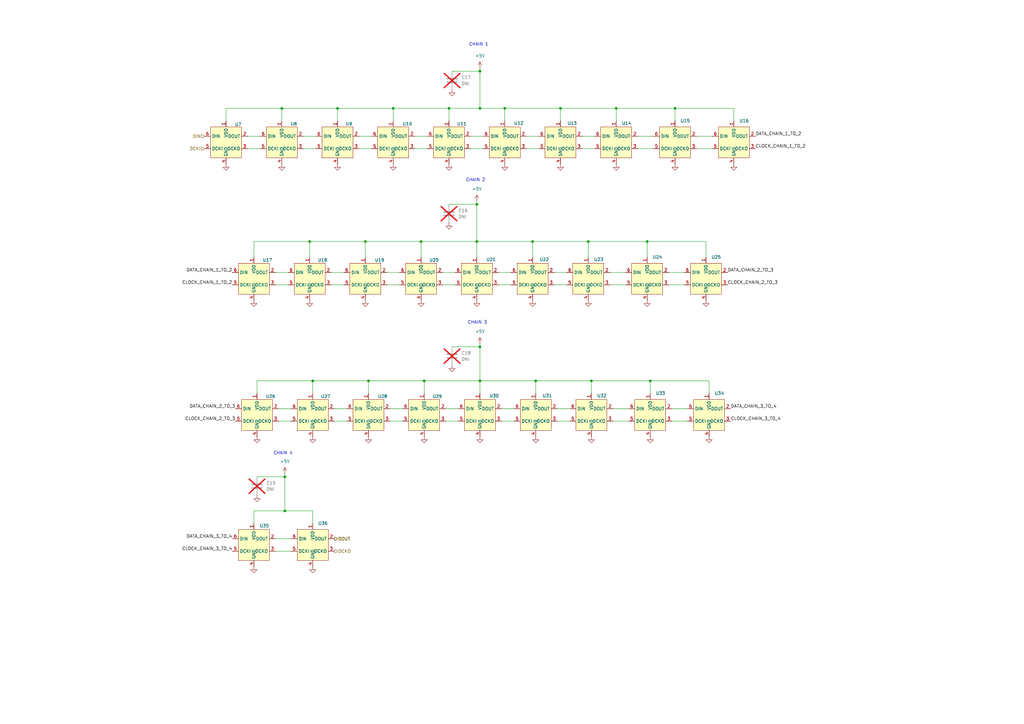
<source format=kicad_sch>
(kicad_sch (version 20231120) (generator "eeschema") (generator_version "8.0")
  (paper "A3")
  (title_block (title "F1 LED CIRCUIT PROJECT") (date "2024-04-10") (rev "v1.0") (company "JITTER"))
  (lib_symbols
    (symbol "Device:C" (pin_numbers hide) (pin_names (offset 0.254))
      (property "Reference" "C" (at 0.635 2.54 0))
      (property "Value" "C" (at 0.635 -2.54 0))
      (symbol "C_0_1"
        (polyline (pts (xy -2.032 -0.762) (xy 2.032 -0.762)) (stroke (width 0.508)))
        (polyline (pts (xy -2.032 0.762) (xy 2.032 0.762)) (stroke (width 0.508)))
      )
      (symbol "C_1_1"
        (pin passive line (at 0 3.81 270) (length 2.794) (name "~") (number "1"))
        (pin passive line (at 0 -3.81 90) (length 2.794) (name "~") (number "2"))
      )
    )
    (symbol "F1-LED-CIRCUIT-LIBRARY:HD108-2020"
      (property "Reference" "U" (at 0 19.558 0))
      (symbol "HD108-2020_1_1"
        (rectangle (start -6.35 6.35) (end 6.35 -6.35) (stroke (width 0) (color 132 0 0 1)) (fill (type background)))
        (pin power_in line (at 0 8.89 270) (length 2.54) (name "VDD") (number "1"))
        (pin output line (at 8.89 2.54 180) (length 2.54) (name "DOUT") (number "2"))
        (pin output line (at 8.89 -2.54 180) (length 2.54) (name "DCKO") (number "3"))
        (pin power_in line (at 0 -8.89 90) (length 2.54) (name "GND") (number "4"))
        (pin input line (at -8.89 -2.54 0) (length 2.54) (name "DCKI") (number "5"))
        (pin input line (at -8.89 2.54 0) (length 2.54) (name "DIN") (number "6"))
      )
    )
    (symbol "adams_library_symbols:GND" (power) (pin_names (offset 0))
      (property "Value" "GND" (at 0 -3.81 0))
      (symbol "GND_0_1"
        (polyline (pts (xy 0 0) (xy 0 -1.27) (xy 1.27 -1.27) (xy 0 -2.54) (xy -1.27 -1.27) (xy 0 -1.27)))
      )
      (symbol "GND_1_1"
        (pin power_in line (at 0 0 270) (length 0) hide (name "GND") (number "1"))
      )
    )
    (symbol "power:+5V" (power) (pin_numbers hide) (pin_names (offset 0) hide)
      (property "Value" "+5V" (at 0 3.556 0))
      (symbol "+5V_0_1"
        (polyline (pts (xy -0.762 1.27) (xy 0 2.54)))
        (polyline (pts (xy 0 0) (xy 0 2.54)))
        (polyline (pts (xy 0 2.54) (xy 0.762 1.27)))
      )
      (symbol "+5V_1_1"
        (pin power_in line (at 0 0 90) (length 0) (name "~") (number "1"))
      )
    )
    (symbol "power:GND" (power) (pin_numbers hide) (pin_names (offset 0) hide)
      (property "Value" "GND" (at 0 -3.81 0))
      (symbol "GND_0_1"
        (polyline (pts (xy 0 0) (xy 0 -1.27) (xy 1.27 -1.27) (xy 0 -2.54) (xy -1.27 -1.27) (xy 0 -1.27)))
      )
      (symbol "GND_1_1"
        (pin power_in line (at 0 0 270) (length 0) (name "~") (number "1"))
      )
    )
  )
  (junction (at 229.87 44.45))
  (junction (at 196.85 142.24))
  (junction (at 172.72 99.06))
  (junction (at 195.58 99.06))
  (junction (at 242.57 156.21))
  (junction (at 161.29 44.45))
  (junction (at 219.71 156.21))
  (junction (at 218.44 99.06))
  (junction (at 184.15 44.45))
  (junction (at 151.13 156.21))
  (junction (at 138.43 44.45))
  (junction (at 207.01 44.45))
  (junction (at 266.7 156.21))
  (junction (at 173.99 156.21))
  (junction (at 127 99.06))
  (junction (at 241.3 99.06))
  (junction (at 128.27 156.21))
  (junction (at 195.58 83.82))
  (junction (at 116.84 195.58))
  (junction (at 265.43 99.06))
  (junction (at 116.84 209.55))
  (junction (at 276.86 44.45))
  (junction (at 115.57 44.45))
  (junction (at 252.73 44.45))
  (junction (at 149.86 99.06))
  (junction (at 196.85 29.21))
  (junction (at 196.85 44.45))
  (junction (at 196.85 156.21))
  (wire (pts (xy 215.9 55.88) (xy 220.98 55.88)))
  (wire (pts (xy 285.75 60.96) (xy 292.1 60.96)))
  (wire (pts (xy 104.14 209.55) (xy 104.14 214.63)))
  (wire (pts (xy 173.99 156.21) (xy 196.85 156.21)))
  (wire (pts (xy 250.19 116.84) (xy 256.54 116.84)))
  (wire (pts (xy 182.88 172.72) (xy 187.96 172.72)))
  (wire (pts (xy 151.13 156.21) (xy 151.13 161.29)))
  (wire (pts (xy 218.44 99.06) (xy 241.3 99.06)))
  (wire (pts (xy 115.57 44.45) (xy 138.43 44.45)))
  (wire (pts (xy 266.7 156.21) (xy 290.83 156.21)))
  (wire (pts (xy 128.27 209.55) (xy 128.27 214.63)))
  (wire (pts (xy 101.6 60.96) (xy 106.68 60.96)))
  (wire (pts (xy 104.14 105.41) (xy 104.14 99.06)))
  (wire (pts (xy 147.32 55.88) (xy 152.4 55.88)))
  (wire (pts (xy 195.58 83.82) (xy 195.58 99.06)))
  (wire (pts (xy 274.32 111.76) (xy 280.67 111.76)))
  (wire (pts (xy 184.15 83.82) (xy 195.58 83.82)))
  (wire (pts (xy 184.15 44.45) (xy 184.15 49.53)))
  (wire (pts (xy 158.75 111.76) (xy 163.83 111.76)))
  (wire (pts (xy 170.18 55.88) (xy 175.26 55.88)))
  (wire (pts (xy 170.18 60.96) (xy 175.26 60.96)))
  (wire (pts (xy 266.7 156.21) (xy 266.7 161.29)))
  (wire (pts (xy 128.27 156.21) (xy 128.27 161.29)))
  (wire (pts (xy 195.58 82.55) (xy 195.58 83.82)))
  (wire (pts (xy 241.3 99.06) (xy 265.43 99.06)))
  (wire (pts (xy 218.44 99.06) (xy 218.44 105.41)))
  (wire (pts (xy 124.46 55.88) (xy 129.54 55.88)))
  (wire (pts (xy 193.04 60.96) (xy 198.12 60.96)))
  (wire (pts (xy 256.54 111.76) (xy 250.19 111.76)))
  (wire (pts (xy 116.84 209.55) (xy 128.27 209.55)))
  (wire (pts (xy 195.58 99.06) (xy 218.44 99.06)))
  (wire (pts (xy 276.86 44.45) (xy 300.99 44.45)))
  (wire (pts (xy 127 99.06) (xy 149.86 99.06)))
  (wire (pts (xy 207.01 44.45) (xy 229.87 44.45)))
  (wire (pts (xy 181.61 116.84) (xy 186.69 116.84)))
  (wire (pts (xy 238.76 60.96) (xy 243.84 60.96)))
  (wire (pts (xy 173.99 156.21) (xy 173.99 161.29)))
  (wire (pts (xy 161.29 44.45) (xy 161.29 49.53)))
  (wire (pts (xy 149.86 99.06) (xy 172.72 99.06)))
  (wire (pts (xy 257.81 167.64) (xy 251.46 167.64)))
  (wire (pts (xy 251.46 172.72) (xy 257.81 172.72)))
  (wire (pts (xy 300.99 44.45) (xy 300.99 49.53)))
  (wire (pts (xy 185.42 29.21) (xy 196.85 29.21)))
  (wire (pts (xy 124.46 60.96) (xy 129.54 60.96)))
  (wire (pts (xy 219.71 156.21) (xy 219.71 161.29)))
  (wire (pts (xy 147.32 60.96) (xy 152.4 60.96)))
  (wire (pts (xy 105.41 195.58) (xy 116.84 195.58)))
  (wire (pts (xy 196.85 156.21) (xy 196.85 161.29)))
  (wire (pts (xy 114.3 167.64) (xy 119.38 167.64)))
  (wire (pts (xy 92.71 44.45) (xy 115.57 44.45)))
  (wire (pts (xy 181.61 111.76) (xy 186.69 111.76)))
  (wire (pts (xy 204.47 116.84) (xy 209.55 116.84)))
  (wire (pts (xy 205.74 167.64) (xy 210.82 167.64)))
  (wire (pts (xy 138.43 44.45) (xy 161.29 44.45)))
  (wire (pts (xy 196.85 27.94) (xy 196.85 29.21)))
  (wire (pts (xy 228.6 167.64) (xy 233.68 167.64)))
  (wire (pts (xy 119.38 220.98) (xy 113.03 220.98)))
  (wire (pts (xy 158.75 116.84) (xy 163.83 116.84)))
  (wire (pts (xy 196.85 140.97) (xy 196.85 142.24)))
  (wire (pts (xy 274.32 116.84) (xy 280.67 116.84)))
  (wire (pts (xy 172.72 99.06) (xy 195.58 99.06)))
  (wire (pts (xy 275.59 167.64) (xy 281.94 167.64)))
  (wire (pts (xy 205.74 172.72) (xy 210.82 172.72)))
  (wire (pts (xy 207.01 44.45) (xy 207.01 49.53)))
  (wire (pts (xy 289.56 99.06) (xy 289.56 105.41)))
  (wire (pts (xy 229.87 44.45) (xy 252.73 44.45)))
  (wire (pts (xy 149.86 99.06) (xy 149.86 105.41)))
  (wire (pts (xy 116.84 195.58) (xy 116.84 209.55)))
  (wire (pts (xy 265.43 99.06) (xy 265.43 105.41)))
  (wire (pts (xy 290.83 156.21) (xy 290.83 161.29)))
  (wire (pts (xy 151.13 156.21) (xy 173.99 156.21)))
  (wire (pts (xy 115.57 44.45) (xy 115.57 49.53)))
  (wire (pts (xy 196.85 142.24) (xy 196.85 156.21)))
  (wire (pts (xy 227.33 111.76) (xy 232.41 111.76)))
  (wire (pts (xy 196.85 29.21) (xy 196.85 44.45)))
  (wire (pts (xy 135.89 111.76) (xy 140.97 111.76)))
  (wire (pts (xy 114.3 172.72) (xy 119.38 172.72)))
  (wire (pts (xy 113.03 226.06) (xy 119.38 226.06)))
  (wire (pts (xy 182.88 167.64) (xy 187.96 167.64)))
  (wire (pts (xy 128.27 156.21) (xy 151.13 156.21)))
  (wire (pts (xy 252.73 44.45) (xy 252.73 49.53)))
  (wire (pts (xy 135.89 116.84) (xy 140.97 116.84)))
  (wire (pts (xy 127 99.06) (xy 127 105.41)))
  (wire (pts (xy 267.97 55.88) (xy 261.62 55.88)))
  (wire (pts (xy 195.58 99.06) (xy 195.58 105.41)))
  (wire (pts (xy 275.59 172.72) (xy 281.94 172.72)))
  (wire (pts (xy 113.03 111.76) (xy 118.11 111.76)))
  (wire (pts (xy 215.9 60.96) (xy 220.98 60.96)))
  (wire (pts (xy 101.6 55.88) (xy 106.68 55.88)))
  (wire (pts (xy 204.47 111.76) (xy 209.55 111.76)))
  (wire (pts (xy 252.73 44.45) (xy 276.86 44.45)))
  (wire (pts (xy 196.85 44.45) (xy 207.01 44.45)))
  (wire (pts (xy 105.41 156.21) (xy 128.27 156.21)))
  (wire (pts (xy 238.76 55.88) (xy 243.84 55.88)))
  (wire (pts (xy 137.16 167.64) (xy 142.24 167.64)))
  (wire (pts (xy 242.57 156.21) (xy 242.57 161.29)))
  (wire (pts (xy 138.43 44.45) (xy 138.43 49.53)))
  (wire (pts (xy 184.15 44.45) (xy 196.85 44.45)))
  (wire (pts (xy 160.02 172.72) (xy 165.1 172.72)))
  (wire (pts (xy 160.02 167.64) (xy 165.1 167.64)))
  (wire (pts (xy 161.29 44.45) (xy 184.15 44.45)))
  (wire (pts (xy 219.71 156.21) (xy 242.57 156.21)))
  (wire (pts (xy 228.6 172.72) (xy 233.68 172.72)))
  (wire (pts (xy 242.57 156.21) (xy 266.7 156.21)))
  (wire (pts (xy 261.62 60.96) (xy 267.97 60.96)))
  (wire (pts (xy 265.43 99.06) (xy 289.56 99.06)))
  (wire (pts (xy 241.3 99.06) (xy 241.3 105.41)))
  (wire (pts (xy 92.71 49.53) (xy 92.71 44.45)))
  (wire (pts (xy 229.87 44.45) (xy 229.87 49.53)))
  (wire (pts (xy 185.42 142.24) (xy 196.85 142.24)))
  (wire (pts (xy 193.04 55.88) (xy 198.12 55.88)))
  (wire (pts (xy 196.85 156.21) (xy 219.71 156.21)))
  (wire (pts (xy 113.03 116.84) (xy 118.11 116.84)))
  (wire (pts (xy 104.14 99.06) (xy 127 99.06)))
  (wire (pts (xy 105.41 161.29) (xy 105.41 156.21)))
  (wire (pts (xy 116.84 194.31) (xy 116.84 195.58)))
  (wire (pts (xy 227.33 116.84) (xy 232.41 116.84)))
  (wire (pts (xy 137.16 172.72) (xy 142.24 172.72)))
  (wire (pts (xy 285.75 55.88) (xy 292.1 55.88)))
  (wire (pts (xy 276.86 44.45) (xy 276.86 49.53)))
  (wire (pts (xy 172.72 99.06) (xy 172.72 105.41)))
  (wire (pts (xy 104.14 209.55) (xy 116.84 209.55)))
  (text "CHAIN 4" (at 116.078 185.928 0) (effects (font (size 1.27 1.27))))
  (text "CHAIN 3" (at 195.834 132.334 0) (effects (font (size 1.27 1.27))))
  (text "CHAIN 1" (at 196.342 18.288 0) (effects (font (size 1.27 1.27))))
  (text "CHAIN 2" (at 195.072 73.914 0) (effects (font (size 1.27 1.27))))
  (label "CLOCK_CHAIN_2_TO_3" (at 96.52 172.72 180))
  (label "CLOCK_CHAIN_1_TO_2" (at 309.88 60.96 0))
  (label "CLOCK_CHAIN_3_TO_4" (at 95.25 226.06 180))
  (label "DATA_CHAIN_3_TO_4" (at 299.72 167.64 0))
  (label "DATA_CHAIN_1_TO_2" (at 95.25 111.76 180))
  (label "DATA_CHAIN_2_TO_3" (at 96.52 167.64 180))
  (label "DATA_CHAIN_3_TO_4" (at 95.25 220.98 180))
  (label "CLOCK_CHAIN_2_TO_3" (at 298.45 116.84 0))
  (label "CLOCK_CHAIN_1_TO_2" (at 95.25 116.84 180))
  (label "CLOCK_CHAIN_3_TO_4" (at 299.72 172.72 0))
  (label "DATA_CHAIN_1_TO_2" (at 309.88 55.88 0))
  (label "DATA_CHAIN_2_TO_3" (at 298.45 111.76 0))
  (hierarchical_label "DIN" (shape input) (at 83.82 55.88 180))
  (hierarchical_label "DCKO" (shape output) (at 137.16 226.06 0))
  (hierarchical_label "DCKI" (shape input) (at 83.82 60.96 180))
  (hierarchical_label "DOUT" (shape output) (at 137.16 220.98 0))
  (hierarchical_label "DOUT" (shape output) (at 137.16 220.98 0))
  (symbol (lib_id "adams_library_symbols:GND") (at 92.71 67.31 0) (unit 1)
    (property "Reference" "#PWR081" (effects (hide yes)))
    (property "Value" "GND" (effects (hide yes)))
    (property "Description" "Power symbol creates a global label with name \"GND\" , ground" (effects (hide yes)))
    (instances (project "f1-led-circuit-10x10" (path "" (reference "#PWR081") (unit 1)) (path "" (reference "#PWR0119") (unit 1)) (path "" (reference "#PWR0157") (unit 1))))
  )
  (symbol (lib_id "F1-LED-CIRCUIT-LIBRARY:HD108-2020") (at 290.83 170.18 0) (unit 1)
    (property "Reference" "U34" (at 293.0241 161.29 0) (effects (justify left)))
    (property "Value" "HD108-2020" (effects (hide yes)))
    (property "Footprint" "F1-LED-CIRCUIT-LIBRARY:HD108-2020" (effects (hide yes)))
    (property "Description" "HD108-2020 RGB LED" (effects (hide yes)))
    (property "MPN" "HD108-2020" (effects (hide yes)))
    (instances (project "f1-led-circuit-10x10" (path "" (reference "U34") (unit 1)) (path "" (reference "U64") (unit 1)) (path "" (reference "U94") (unit 1))))
  )
  (symbol (lib_id "Device:C") (at 185.42 146.05 0) (unit 1) (dnp yes)
    (property "Reference" "C18" (at 189.23 144.7799 0) (effects (justify left)))
    (property "Value" "DNI" (at 189.23 147.3199 0) (effects (justify left)))
    (property "Footprint" "Capacitor_SMD:C_0805_2012Metric" (effects (hide yes)))
    (property "Description" "Unpolarized capacitor" (effects (hide yes)))
    (instances (project "f1-led-circuit-10x10" (path "" (reference "C18") (unit 1)) (path "" (reference "C22") (unit 1)) (path "" (reference "C26") (unit 1))))
  )
  (symbol (lib_id "adams_library_symbols:GND") (at 289.56 123.19 0) (unit 1)
    (property "Reference" "#PWR0116" (effects (hide yes)))
    (property "Value" "GND" (effects (hide yes)))
    (property "Description" "Power symbol creates a global label with name \"GND\" , ground" (effects (hide yes)))
    (instances (project "f1-led-circuit-10x10" (path "" (reference "#PWR0116") (unit 1)) (path "" (reference "#PWR0154") (unit 1)) (path "" (reference "#PWR0192") (unit 1))))
  )
  (symbol (lib_id "adams_library_symbols:GND") (at 105.41 179.07 0) (unit 1)
    (property "Reference" "#PWR084" (effects (hide yes)))
    (property "Value" "GND" (effects (hide yes)))
    (property "Description" "Power symbol creates a global label with name \"GND\" , ground" (effects (hide yes)))
    (instances (project "f1-led-circuit-10x10" (path "" (reference "#PWR084") (unit 1)) (path "" (reference "#PWR0122") (unit 1)) (path "" (reference "#PWR0160") (unit 1))))
  )
  (symbol (lib_id "adams_library_symbols:GND") (at 195.58 123.19 0) (unit 1)
    (property "Reference" "#PWR0102" (effects (hide yes)))
    (property "Value" "GND" (effects (hide yes)))
    (property "Description" "Power symbol creates a global label with name \"GND\" , ground" (effects (hide yes)))
    (instances (project "f1-led-circuit-10x10" (path "" (reference "#PWR0102") (unit 1)) (path "" (reference "#PWR0140") (unit 1)) (path "" (reference "#PWR0178") (unit 1))))
  )
  (symbol (lib_id "F1-LED-CIRCUIT-LIBRARY:HD108-2020") (at 128.27 223.52 0) (unit 1)
    (property "Reference" "U36" (at 130.4641 214.63 0) (effects (justify left)))
    (property "Value" "HD108-2020" (effects (hide yes)))
    (property "Footprint" "F1-LED-CIRCUIT-LIBRARY:HD108-2020" (effects (hide yes)))
    (property "Description" "HD108-2020 RGB LED" (effects (hide yes)))
    (property "MPN" "HD108-2020" (effects (hide yes)))
    (instances (project "f1-led-circuit-10x10" (path "" (reference "U36") (unit 1)) (path "" (reference "U66") (unit 1)) (path "" (reference "U96") (unit 1))))
  )
  (symbol (lib_id "adams_library_symbols:GND") (at 104.14 123.19 0) (unit 1)
    (property "Reference" "#PWR082" (effects (hide yes)))
    (property "Value" "GND" (effects (hide yes)))
    (property "Description" "Power symbol creates a global label with name \"GND\" , ground" (effects (hide yes)))
    (instances (project "f1-led-circuit-10x10" (path "" (reference "#PWR082") (unit 1)) (path "" (reference "#PWR0120") (unit 1)) (path "" (reference "#PWR0158") (unit 1))))
  )
  (symbol (lib_id "F1-LED-CIRCUIT-LIBRARY:HD108-2020") (at 104.14 114.3 0) (unit 1)
    (property "Reference" "U17" (at 107.696 106.68 0) (effects (justify left)))
    (property "Value" "HD108-2020" (effects (hide yes)))
    (property "Footprint" "F1-LED-CIRCUIT-LIBRARY:HD108-2020" (effects (hide yes)))
    (property "Description" "HD108-2020 RGB LED" (effects (hide yes)))
    (property "MPN" "HD108-2020" (effects (hide yes)))
    (instances (project "f1-led-circuit-10x10" (path "" (reference "U17") (unit 1)) (path "" (reference "U47") (unit 1)) (path "" (reference "U77") (unit 1))))
  )
  (symbol (lib_id "adams_library_symbols:GND") (at 241.3 123.19 0) (unit 1)
    (property "Reference" "#PWR0110" (effects (hide yes)))
    (property "Value" "GND" (effects (hide yes)))
    (property "Description" "Power symbol creates a global label with name \"GND\" , ground" (effects (hide yes)))
    (instances (project "f1-led-circuit-10x10" (path "" (reference "#PWR0110") (unit 1)) (path "" (reference "#PWR0148") (unit 1)) (path "" (reference "#PWR0186") (unit 1))))
  )
  (symbol (lib_id "power:+5V") (at 195.58 82.55 0) (unit 1)
    (property "Reference" "#PWR0101" (effects (hide yes)))
    (property "Value" "+5V" (at 195.58 77.47 0))
    (property "Description" "Power symbol creates a global label with name \"+5V\"" (effects (hide yes)))
    (instances (project "f1-led-circuit-10x10" (path "" (reference "#PWR0101") (unit 1)) (path "" (reference "#PWR0139") (unit 1)) (path "" (reference "#PWR0177") (unit 1))))
  )
  (symbol (lib_id "F1-LED-CIRCUIT-LIBRARY:HD108-2020") (at 219.71 170.18 0) (unit 1)
    (property "Reference" "U31" (at 222.504 162.306 0) (effects (justify left)))
    (property "Value" "HD108-2020" (effects (hide yes)))
    (property "Footprint" "F1-LED-CIRCUIT-LIBRARY:HD108-2020" (effects (hide yes)))
    (property "Description" "HD108-2020 RGB LED" (effects (hide yes)))
    (property "MPN" "HD108-2020" (effects (hide yes)))
    (instances (project "f1-led-circuit-10x10" (path "" (reference "U31") (unit 1)) (path "" (reference "U61") (unit 1)) (path "" (reference "U91") (unit 1))))
  )
  (symbol (lib_id "adams_library_symbols:GND") (at 242.57 179.07 0) (unit 1)
    (property "Reference" "#PWR0111" (effects (hide yes)))
    (property "Value" "GND" (effects (hide yes)))
    (property "Description" "Power symbol creates a global label with name \"GND\" , ground" (effects (hide yes)))
    (instances (project "f1-led-circuit-10x10" (path "" (reference "#PWR0111") (unit 1)) (path "" (reference "#PWR0149") (unit 1)) (path "" (reference "#PWR0187") (unit 1))))
  )
  (symbol (lib_id "F1-LED-CIRCUIT-LIBRARY:HD108-2020") (at 242.57 170.18 0) (unit 1)
    (property "Reference" "U32" (at 244.856 162.306 0) (effects (justify left)))
    (property "Value" "HD108-2020" (effects (hide yes)))
    (property "Footprint" "F1-LED-CIRCUIT-LIBRARY:HD108-2020" (effects (hide yes)))
    (property "Description" "HD108-2020 RGB LED" (effects (hide yes)))
    (property "MPN" "HD108-2020" (effects (hide yes)))
    (instances (project "f1-led-circuit-10x10" (path "" (reference "U32") (unit 1)) (path "" (reference "U62") (unit 1)) (path "" (reference "U92") (unit 1))))
  )
  (symbol (lib_id "adams_library_symbols:GND") (at 115.57 67.31 0) (unit 1)
    (property "Reference" "#PWR086" (effects (hide yes)))
    (property "Value" "GND" (effects (hide yes)))
    (property "Description" "Power symbol creates a global label with name \"GND\" , ground" (effects (hide yes)))
    (instances (project "f1-led-circuit-10x10" (path "" (reference "#PWR086") (unit 1)) (path "" (reference "#PWR0124") (unit 1)) (path "" (reference "#PWR0162") (unit 1))))
  )
  (symbol (lib_id "F1-LED-CIRCUIT-LIBRARY:HD108-2020") (at 184.15 58.42 0) (unit 1)
    (property "Reference" "U11" (at 187.452 50.8 0) (effects (justify left)))
    (property "Value" "HD108-2020" (effects (hide yes)))
    (property "Footprint" "F1-LED-CIRCUIT-LIBRARY:HD108-2020" (effects (hide yes)))
    (property "Description" "HD108-2020 RGB LED" (effects (hide yes)))
    (property "MPN" "HD108-2020" (effects (hide yes)))
    (instances (project "f1-led-circuit-10x10" (path "" (reference "U11") (unit 1)) (path "" (reference "U41") (unit 1)) (path "" (reference "U71") (unit 1))))
  )
  (symbol (lib_id "F1-LED-CIRCUIT-LIBRARY:HD108-2020") (at 218.44 114.3 0) (unit 1)
    (property "Reference" "U22" (at 221.234 106.426 0) (effects (justify left)))
    (property "Value" "HD108-2020" (effects (hide yes)))
    (property "Footprint" "F1-LED-CIRCUIT-LIBRARY:HD108-2020" (effects (hide yes)))
    (property "Description" "HD108-2020 RGB LED" (effects (hide yes)))
    (property "MPN" "HD108-2020" (effects (hide yes)))
    (instances (project "f1-led-circuit-10x10" (path "" (reference "U22") (unit 1)) (path "" (reference "U52") (unit 1)) (path "" (reference "U82") (unit 1))))
  )
  (symbol (lib_id "adams_library_symbols:GND") (at 290.83 179.07 0) (unit 1)
    (property "Reference" "#PWR0117" (effects (hide yes)))
    (property "Value" "GND" (effects (hide yes)))
    (property "Description" "Power symbol creates a global label with name \"GND\" , ground" (effects (hide yes)))
    (instances (project "f1-led-circuit-10x10" (path "" (reference "#PWR0117") (unit 1)) (path "" (reference "#PWR0155") (unit 1)) (path "" (reference "#PWR0193") (unit 1))))
  )
  (symbol (lib_id "power:GND") (at 185.42 149.86 0) (unit 1)
    (property "Reference" "#PWR0100" (effects (hide yes)))
    (property "Value" "GND" (effects (hide yes)))
    (property "Description" "Power symbol creates a global label with name \"GND\" , ground" (effects (hide yes)))
    (instances (project "f1-led-circuit-10x10" (path "" (reference "#PWR0100") (unit 1)) (path "" (reference "#PWR0138") (unit 1)) (path "" (reference "#PWR0176") (unit 1))))
  )
  (symbol (lib_id "F1-LED-CIRCUIT-LIBRARY:HD108-2020") (at 289.56 114.3 0) (unit 1)
    (property "Reference" "U25" (at 291.7541 105.41 0) (effects (justify left)))
    (property "Value" "HD108-2020" (effects (hide yes)))
    (property "Footprint" "F1-LED-CIRCUIT-LIBRARY:HD108-2020" (effects (hide yes)))
    (property "Description" "HD108-2020 RGB LED" (effects (hide yes)))
    (property "MPN" "HD108-2020" (effects (hide yes)))
    (instances (project "f1-led-circuit-10x10" (path "" (reference "U25") (unit 1)) (path "" (reference "U55") (unit 1)) (path "" (reference "U85") (unit 1))))
  )
  (symbol (lib_id "power:GND") (at 185.42 36.83 0) (unit 1)
    (property "Reference" "#PWR099" (effects (hide yes)))
    (property "Value" "GND" (effects (hide yes)))
    (property "Description" "Power symbol creates a global label with name \"GND\" , ground" (effects (hide yes)))
    (instances (project "f1-led-circuit-10x10" (path "" (reference "#PWR099") (unit 1)) (path "" (reference "#PWR0137") (unit 1)) (path "" (reference "#PWR0175") (unit 1))))
  )
  (symbol (lib_id "F1-LED-CIRCUIT-LIBRARY:HD108-2020") (at 115.57 58.42 0) (unit 1)
    (property "Reference" "U8" (at 119.126 50.8 0) (effects (justify left)))
    (property "Value" "HD108-2020" (effects (hide yes)))
    (property "Footprint" "F1-LED-CIRCUIT-LIBRARY:HD108-2020" (effects (hide yes)))
    (property "Description" "HD108-2020 RGB LED" (effects (hide yes)))
    (property "MPN" "HD108-2020" (effects (hide yes)))
    (instances (project "f1-led-circuit-10x10" (path "" (reference "U8") (unit 1)) (path "" (reference "U38") (unit 1)) (path "" (reference "U68") (unit 1))))
  )
  (symbol (lib_id "adams_library_symbols:GND") (at 128.27 232.41 0) (unit 1)
    (property "Reference" "#PWR090" (effects (hide yes)))
    (property "Value" "GND" (effects (hide yes)))
    (property "Description" "Power symbol creates a global label with name \"GND\" , ground" (effects (hide yes)))
    (instances (project "f1-led-circuit-10x10" (path "" (reference "#PWR090") (unit 1)) (path "" (reference "#PWR0128") (unit 1)) (path "" (reference "#PWR0166") (unit 1))))
  )
  (symbol (lib_id "F1-LED-CIRCUIT-LIBRARY:HD108-2020") (at 128.27 170.18 0) (unit 1)
    (property "Reference" "U27" (at 131.572 162.56 0) (effects (justify left)))
    (property "Value" "HD108-2020" (effects (hide yes)))
    (property "Footprint" "F1-LED-CIRCUIT-LIBRARY:HD108-2020" (effects (hide yes)))
    (property "Description" "HD108-2020 RGB LED" (effects (hide yes)))
    (property "MPN" "HD108-2020" (effects (hide yes)))
    (instances (project "f1-led-circuit-10x10" (path "" (reference "U27") (unit 1)) (path "" (reference "U57") (unit 1)) (path "" (reference "U87") (unit 1))))
  )
  (symbol (lib_id "adams_library_symbols:GND") (at 276.86 67.31 0) (unit 1)
    (property "Reference" "#PWR0115" (effects (hide yes)))
    (property "Value" "GND" (effects (hide yes)))
    (property "Description" "Power symbol creates a global label with name \"GND\" , ground" (effects (hide yes)))
    (instances (project "f1-led-circuit-10x10" (path "" (reference "#PWR0115") (unit 1)) (path "" (reference "#PWR0153") (unit 1)) (path "" (reference "#PWR0191") (unit 1))))
  )
  (symbol (lib_id "adams_library_symbols:GND") (at 266.7 179.07 0) (unit 1)
    (property "Reference" "#PWR0114" (effects (hide yes)))
    (property "Value" "GND" (effects (hide yes)))
    (property "Description" "Power symbol creates a global label with name \"GND\" , ground" (effects (hide yes)))
    (instances (project "f1-led-circuit-10x10" (path "" (reference "#PWR0114") (unit 1)) (path "" (reference "#PWR0152") (unit 1)) (path "" (reference "#PWR0190") (unit 1))))
  )
  (symbol (lib_id "F1-LED-CIRCUIT-LIBRARY:HD108-2020") (at 105.41 170.18 0) (unit 1)
    (property "Reference" "U26" (at 108.966 162.56 0) (effects (justify left)))
    (property "Value" "HD108-2020" (effects (hide yes)))
    (property "Footprint" "F1-LED-CIRCUIT-LIBRARY:HD108-2020" (effects (hide yes)))
    (property "Description" "HD108-2020 RGB LED" (effects (hide yes)))
    (property "MPN" "HD108-2020" (effects (hide yes)))
    (instances (project "f1-led-circuit-10x10" (path "" (reference "U26") (unit 1)) (path "" (reference "U56") (unit 1)) (path "" (reference "U86") (unit 1))))
  )
  (symbol (lib_id "F1-LED-CIRCUIT-LIBRARY:HD108-2020") (at 196.85 170.18 0) (unit 1)
    (property "Reference" "U30" (at 200.66 162.306 0) (effects (justify left)))
    (property "Value" "HD108-2020" (effects (hide yes)))
    (property "Footprint" "F1-LED-CIRCUIT-LIBRARY:HD108-2020" (effects (hide yes)))
    (property "Description" "HD108-2020 RGB LED" (effects (hide yes)))
    (property "MPN" "HD108-2020" (effects (hide yes)))
    (instances (project "f1-led-circuit-10x10" (path "" (reference "U30") (unit 1)) (path "" (reference "U60") (unit 1)) (path "" (reference "U90") (unit 1))))
  )
  (symbol (lib_id "F1-LED-CIRCUIT-LIBRARY:HD108-2020") (at 172.72 114.3 0) (unit 1)
    (property "Reference" "U20" (at 176.022 106.68 0) (effects (justify left)))
    (property "Value" "HD108-2020" (effects (hide yes)))
    (property "Footprint" "F1-LED-CIRCUIT-LIBRARY:HD108-2020" (effects (hide yes)))
    (property "Description" "HD108-2020 RGB LED" (effects (hide yes)))
    (property "MPN" "HD108-2020" (effects (hide yes)))
    (instances (project "f1-led-circuit-10x10" (path "" (reference "U20") (unit 1)) (path "" (reference "U50") (unit 1)) (path "" (reference "U80") (unit 1))))
  )
  (symbol (lib_id "F1-LED-CIRCUIT-LIBRARY:HD108-2020") (at 265.43 114.3 0) (unit 1)
    (property "Reference" "U24" (at 267.6241 105.41 0) (effects (justify left)))
    (property "Value" "HD108-2020" (effects (hide yes)))
    (property "Footprint" "F1-LED-CIRCUIT-LIBRARY:HD108-2020" (effects (hide yes)))
    (property "Description" "HD108-2020 RGB LED" (effects (hide yes)))
    (property "MPN" "HD108-2020" (effects (hide yes)))
    (instances (project "f1-led-circuit-10x10" (path "" (reference "U24") (unit 1)) (path "" (reference "U54") (unit 1)) (path "" (reference "U84") (unit 1))))
  )
  (symbol (lib_id "adams_library_symbols:GND") (at 172.72 123.19 0) (unit 1)
    (property "Reference" "#PWR095" (effects (hide yes)))
    (property "Value" "GND" (effects (hide yes)))
    (property "Description" "Power symbol creates a global label with name \"GND\" , ground" (effects (hide yes)))
    (instances (project "f1-led-circuit-10x10" (path "" (reference "#PWR095") (unit 1)) (path "" (reference "#PWR0133") (unit 1)) (path "" (reference "#PWR0171") (unit 1))))
  )
  (symbol (lib_id "F1-LED-CIRCUIT-LIBRARY:HD108-2020") (at 300.99 58.42 0) (unit 1)
    (property "Reference" "U16" (at 303.1841 49.53 0) (effects (justify left)))
    (property "Value" "HD108-2020" (effects (hide yes)))
    (property "Footprint" "F1-LED-CIRCUIT-LIBRARY:HD108-2020" (effects (hide yes)))
    (property "Description" "HD108-2020 RGB LED" (effects (hide yes)))
    (property "MPN" "HD108-2020" (effects (hide yes)))
    (instances (project "f1-led-circuit-10x10" (path "" (reference "U16") (unit 1)) (path "" (reference "U46") (unit 1)) (path "" (reference "U76") (unit 1))))
  )
  (symbol (lib_id "adams_library_symbols:GND") (at 104.14 232.41 0) (unit 1)
    (property "Reference" "#PWR083" (effects (hide yes)))
    (property "Value" "GND" (effects (hide yes)))
    (property "Description" "Power symbol creates a global label with name \"GND\" , ground" (effects (hide yes)))
    (instances (project "f1-led-circuit-10x10" (path "" (reference "#PWR083") (unit 1)) (path "" (reference "#PWR0121") (unit 1)) (path "" (reference "#PWR0159") (unit 1))))
  )
  (symbol (lib_id "Device:C") (at 105.41 199.39 0) (unit 1) (dnp yes)
    (property "Reference" "C15" (at 109.22 198.1199 0) (effects (justify left)))
    (property "Value" "DNI" (at 109.22 200.6599 0) (effects (justify left)))
    (property "Footprint" "Capacitor_SMD:C_0805_2012Metric" (effects (hide yes)))
    (property "Description" "Unpolarized capacitor" (effects (hide yes)))
    (instances (project "f1-led-circuit-10x10" (path "" (reference "C15") (unit 1)) (path "" (reference "C19") (unit 1)) (path "" (reference "C23") (unit 1))))
  )
  (symbol (lib_id "adams_library_symbols:GND") (at 265.43 123.19 0) (unit 1)
    (property "Reference" "#PWR0113" (effects (hide yes)))
    (property "Value" "GND" (effects (hide yes)))
    (property "Description" "Power symbol creates a global label with name \"GND\" , ground" (effects (hide yes)))
    (instances (project "f1-led-circuit-10x10" (path "" (reference "#PWR0113") (unit 1)) (path "" (reference "#PWR0151") (unit 1)) (path "" (reference "#PWR0189") (unit 1))))
  )
  (symbol (lib_id "F1-LED-CIRCUIT-LIBRARY:HD108-2020") (at 138.43 58.42 0) (unit 1)
    (property "Reference" "U9" (at 141.732 50.8 0) (effects (justify left)))
    (property "Value" "HD108-2020" (effects (hide yes)))
    (property "Footprint" "F1-LED-CIRCUIT-LIBRARY:HD108-2020" (effects (hide yes)))
    (property "Description" "HD108-2020 RGB LED" (effects (hide yes)))
    (property "MPN" "HD108-2020" (effects (hide yes)))
    (instances (project "f1-led-circuit-10x10" (path "" (reference "U9") (unit 1)) (path "" (reference "U39") (unit 1)) (path "" (reference "U69") (unit 1))))
  )
  (symbol (lib_id "Device:C") (at 184.15 87.63 0) (unit 1) (dnp yes)
    (property "Reference" "C16" (at 187.96 86.3599 0) (effects (justify left)))
    (property "Value" "DNI" (at 187.96 88.8999 0) (effects (justify left)))
    (property "Footprint" "Capacitor_SMD:C_0805_2012Metric" (effects (hide yes)))
    (property "Description" "Unpolarized capacitor" (effects (hide yes)))
    (instances (project "f1-led-circuit-10x10" (path "" (reference "C16") (unit 1)) (path "" (reference "C20") (unit 1)) (path "" (reference "C24") (unit 1))))
  )
  (symbol (lib_id "adams_library_symbols:GND") (at 161.29 67.31 0) (unit 1)
    (property "Reference" "#PWR094" (effects (hide yes)))
    (property "Value" "GND" (effects (hide yes)))
    (property "Description" "Power symbol creates a global label with name \"GND\" , ground" (effects (hide yes)))
    (instances (project "f1-led-circuit-10x10" (path "" (reference "#PWR094") (unit 1)) (path "" (reference "#PWR0132") (unit 1)) (path "" (reference "#PWR0170") (unit 1))))
  )
  (symbol (lib_id "power:GND") (at 105.41 203.2 0) (unit 1)
    (property "Reference" "#PWR085" (effects (hide yes)))
    (property "Value" "GND" (effects (hide yes)))
    (property "Description" "Power symbol creates a global label with name \"GND\" , ground" (effects (hide yes)))
    (instances (project "f1-led-circuit-10x10" (path "" (reference "#PWR085") (unit 1)) (path "" (reference "#PWR0123") (unit 1)) (path "" (reference "#PWR0161") (unit 1))))
  )
  (symbol (lib_id "adams_library_symbols:GND") (at 128.27 179.07 0) (unit 1)
    (property "Reference" "#PWR089" (effects (hide yes)))
    (property "Value" "GND" (effects (hide yes)))
    (property "Description" "Power symbol creates a global label with name \"GND\" , ground" (effects (hide yes)))
    (instances (project "f1-led-circuit-10x10" (path "" (reference "#PWR089") (unit 1)) (path "" (reference "#PWR0127") (unit 1)) (path "" (reference "#PWR0165") (unit 1))))
  )
  (symbol (lib_id "adams_library_symbols:GND") (at 184.15 67.31 0) (unit 1)
    (property "Reference" "#PWR097" (effects (hide yes)))
    (property "Value" "GND" (effects (hide yes)))
    (property "Description" "Power symbol creates a global label with name \"GND\" , ground" (effects (hide yes)))
    (instances (project "f1-led-circuit-10x10" (path "" (reference "#PWR097") (unit 1)) (path "" (reference "#PWR0135") (unit 1)) (path "" (reference "#PWR0173") (unit 1))))
  )
  (symbol (lib_id "adams_library_symbols:GND") (at 218.44 123.19 0) (unit 1)
    (property "Reference" "#PWR0107" (effects (hide yes)))
    (property "Value" "GND" (effects (hide yes)))
    (property "Description" "Power symbol creates a global label with name \"GND\" , ground" (effects (hide yes)))
    (instances (project "f1-led-circuit-10x10" (path "" (reference "#PWR0107") (unit 1)) (path "" (reference "#PWR0145") (unit 1)) (path "" (reference "#PWR0183") (unit 1))))
  )
  (symbol (lib_id "adams_library_symbols:GND") (at 151.13 179.07 0) (unit 1)
    (property "Reference" "#PWR093" (effects (hide yes)))
    (property "Value" "GND" (effects (hide yes)))
    (property "Description" "Power symbol creates a global label with name \"GND\" , ground" (effects (hide yes)))
    (instances (project "f1-led-circuit-10x10" (path "" (reference "#PWR093") (unit 1)) (path "" (reference "#PWR0131") (unit 1)) (path "" (reference "#PWR0169") (unit 1))))
  )
  (symbol (lib_id "F1-LED-CIRCUIT-LIBRARY:HD108-2020") (at 161.29 58.42 0) (unit 1)
    (property "Reference" "U10" (at 165.1 50.8 0) (effects (justify left)))
    (property "Value" "HD108-2020" (effects (hide yes)))
    (property "Footprint" "F1-LED-CIRCUIT-LIBRARY:HD108-2020" (effects (hide yes)))
    (property "Description" "HD108-2020 RGB LED" (effects (hide yes)))
    (property "MPN" "HD108-2020" (effects (hide yes)))
    (instances (project "f1-led-circuit-10x10" (path "" (reference "U10") (unit 1)) (path "" (reference "U40") (unit 1)) (path "" (reference "U70") (unit 1))))
  )
  (symbol (lib_id "F1-LED-CIRCUIT-LIBRARY:HD108-2020") (at 252.73 58.42 0) (unit 1)
    (property "Reference" "U14" (at 255.016 50.546 0) (effects (justify left)))
    (property "Value" "HD108-2020" (effects (hide yes)))
    (property "Footprint" "F1-LED-CIRCUIT-LIBRARY:HD108-2020" (effects (hide yes)))
    (property "Description" "HD108-2020 RGB LED" (effects (hide yes)))
    (property "MPN" "HD108-2020" (effects (hide yes)))
    (instances (project "f1-led-circuit-10x10" (path "" (reference "U14") (unit 1)) (path "" (reference "U44") (unit 1)) (path "" (reference "U74") (unit 1))))
  )
  (symbol (lib_id "F1-LED-CIRCUIT-LIBRARY:HD108-2020") (at 229.87 58.42 0) (unit 1)
    (property "Reference" "U13" (at 232.664 50.546 0) (effects (justify left)))
    (property "Value" "HD108-2020" (effects (hide yes)))
    (property "Footprint" "F1-LED-CIRCUIT-LIBRARY:HD108-2020" (effects (hide yes)))
    (property "Description" "HD108-2020 RGB LED" (effects (hide yes)))
    (property "MPN" "HD108-2020" (effects (hide yes)))
    (instances (project "f1-led-circuit-10x10" (path "" (reference "U13") (unit 1)) (path "" (reference "U43") (unit 1)) (path "" (reference "U73") (unit 1))))
  )
  (symbol (lib_id "F1-LED-CIRCUIT-LIBRARY:HD108-2020") (at 266.7 170.18 0) (unit 1)
    (property "Reference" "U33" (at 268.8941 161.29 0) (effects (justify left)))
    (property "Value" "HD108-2020" (effects (hide yes)))
    (property "Footprint" "F1-LED-CIRCUIT-LIBRARY:HD108-2020" (effects (hide yes)))
    (property "Description" "HD108-2020 RGB LED" (effects (hide yes)))
    (property "MPN" "HD108-2020" (effects (hide yes)))
    (instances (project "f1-led-circuit-10x10" (path "" (reference "U33") (unit 1)) (path "" (reference "U63") (unit 1)) (path "" (reference "U93") (unit 1))))
  )
  (symbol (lib_id "F1-LED-CIRCUIT-LIBRARY:HD108-2020") (at 195.58 114.3 0) (unit 1)
    (property "Reference" "U21" (at 199.39 106.426 0) (effects (justify left)))
    (property "Value" "HD108-2020" (effects (hide yes)))
    (property "Footprint" "F1-LED-CIRCUIT-LIBRARY:HD108-2020" (effects (hide yes)))
    (property "Description" "HD108-2020 RGB LED" (effects (hide yes)))
    (property "MPN" "HD108-2020" (effects (hide yes)))
    (instances (project "f1-led-circuit-10x10" (path "" (reference "U21") (unit 1)) (path "" (reference "U51") (unit 1)) (path "" (reference "U81") (unit 1))))
  )
  (symbol (lib_id "adams_library_symbols:GND") (at 207.01 67.31 0) (unit 1)
    (property "Reference" "#PWR0106" (effects (hide yes)))
    (property "Value" "GND" (effects (hide yes)))
    (property "Description" "Power symbol creates a global label with name \"GND\" , ground" (effects (hide yes)))
    (instances (project "f1-led-circuit-10x10" (path "" (reference "#PWR0106") (unit 1)) (path "" (reference "#PWR0144") (unit 1)) (path "" (reference "#PWR0182") (unit 1))))
  )
  (symbol (lib_id "F1-LED-CIRCUIT-LIBRARY:HD108-2020") (at 241.3 114.3 0) (unit 1)
    (property "Reference" "U23" (at 243.586 106.426 0) (effects (justify left)))
    (property "Value" "HD108-2020" (effects (hide yes)))
    (property "Footprint" "F1-LED-CIRCUIT-LIBRARY:HD108-2020" (effects (hide yes)))
    (property "Description" "HD108-2020 RGB LED" (effects (hide yes)))
    (property "MPN" "HD108-2020" (effects (hide yes)))
    (instances (project "f1-led-circuit-10x10" (path "" (reference "U23") (unit 1)) (path "" (reference "U53") (unit 1)) (path "" (reference "U83") (unit 1))))
  )
  (symbol (lib_id "adams_library_symbols:GND") (at 300.99 67.31 0) (unit 1)
    (property "Reference" "#PWR0118" (effects (hide yes)))
    (property "Value" "GND" (effects (hide yes)))
    (property "Description" "Power symbol creates a global label with name \"GND\" , ground" (effects (hide yes)))
    (instances (project "f1-led-circuit-10x10" (path "" (reference "#PWR0118") (unit 1)) (path "" (reference "#PWR0156") (unit 1)) (path "" (reference "#PWR0194") (unit 1))))
  )
  (symbol (lib_id "adams_library_symbols:GND") (at 127 123.19 0) (unit 1)
    (property "Reference" "#PWR088" (effects (hide yes)))
    (property "Value" "GND" (effects (hide yes)))
    (property "Description" "Power symbol creates a global label with name \"GND\" , ground" (effects (hide yes)))
    (instances (project "f1-led-circuit-10x10" (path "" (reference "#PWR088") (unit 1)) (path "" (reference "#PWR0126") (unit 1)) (path "" (reference "#PWR0164") (unit 1))))
  )
  (symbol (lib_id "F1-LED-CIRCUIT-LIBRARY:HD108-2020") (at 151.13 170.18 0) (unit 1)
    (property "Reference" "U28" (at 154.94 162.56 0) (effects (justify left)))
    (property "Value" "HD108-2020" (effects (hide yes)))
    (property "Footprint" "F1-LED-CIRCUIT-LIBRARY:HD108-2020" (effects (hide yes)))
    (property "Description" "HD108-2020 RGB LED" (effects (hide yes)))
    (property "MPN" "HD108-2020" (effects (hide yes)))
    (instances (project "f1-led-circuit-10x10" (path "" (reference "U28") (unit 1)) (path "" (reference "U58") (unit 1)) (path "" (reference "U88") (unit 1))))
  )
  (symbol (lib_id "adams_library_symbols:GND") (at 138.43 67.31 0) (unit 1)
    (property "Reference" "#PWR091" (effects (hide yes)))
    (property "Value" "GND" (effects (hide yes)))
    (property "Description" "Power symbol creates a global label with name \"GND\" , ground" (effects (hide yes)))
    (instances (project "f1-led-circuit-10x10" (path "" (reference "#PWR091") (unit 1)) (path "" (reference "#PWR0129") (unit 1)) (path "" (reference "#PWR0167") (unit 1))))
  )
  (symbol (lib_id "F1-LED-CIRCUIT-LIBRARY:HD108-2020") (at 276.86 58.42 0) (unit 1)
    (property "Reference" "U15" (at 279.0541 49.53 0) (effects (justify left)))
    (property "Value" "HD108-2020" (effects (hide yes)))
    (property "Footprint" "F1-LED-CIRCUIT-LIBRARY:HD108-2020" (effects (hide yes)))
    (property "Description" "HD108-2020 RGB LED" (effects (hide yes)))
    (property "MPN" "HD108-2020" (effects (hide yes)))
    (instances (project "f1-led-circuit-10x10" (path "" (reference "U15") (unit 1)) (path "" (reference "U45") (unit 1)) (path "" (reference "U75") (unit 1))))
  )
  (symbol (lib_id "F1-LED-CIRCUIT-LIBRARY:HD108-2020") (at 104.14 223.52 0) (unit 1)
    (property "Reference" "U35" (at 106.426 215.646 0) (effects (justify left)))
    (property "Value" "HD108-2020" (effects (hide yes)))
    (property "Footprint" "F1-LED-CIRCUIT-LIBRARY:HD108-2020" (effects (hide yes)))
    (property "Description" "HD108-2020 RGB LED" (effects (hide yes)))
    (property "MPN" "HD108-2020" (effects (hide yes)))
    (instances (project "f1-led-circuit-10x10" (path "" (reference "U35") (unit 1)) (path "" (reference "U65") (unit 1)) (path "" (reference "U95") (unit 1))))
  )
  (symbol (lib_id "adams_library_symbols:GND") (at 196.85 179.07 0) (unit 1)
    (property "Reference" "#PWR0105" (effects (hide yes)))
    (property "Value" "GND" (effects (hide yes)))
    (property "Description" "Power symbol creates a global label with name \"GND\" , ground" (effects (hide yes)))
    (instances (project "f1-led-circuit-10x10" (path "" (reference "#PWR0105") (unit 1)) (path "" (reference "#PWR0143") (unit 1)) (path "" (reference "#PWR0181") (unit 1))))
  )
  (symbol (lib_id "power:+5V") (at 196.85 27.94 0) (unit 1)
    (property "Reference" "#PWR0103" (effects (hide yes)))
    (property "Value" "+5V" (at 196.85 22.86 0))
    (property "Description" "Power symbol creates a global label with name \"+5V\"" (effects (hide yes)))
    (instances (project "f1-led-circuit-10x10" (path "" (reference "#PWR0103") (unit 1)) (path "" (reference "#PWR0141") (unit 1)) (path "" (reference "#PWR0179") (unit 1))))
  )
  (symbol (lib_id "adams_library_symbols:GND") (at 229.87 67.31 0) (unit 1)
    (property "Reference" "#PWR0109" (effects (hide yes)))
    (property "Value" "GND" (effects (hide yes)))
    (property "Description" "Power symbol creates a global label with name \"GND\" , ground" (effects (hide yes)))
    (instances (project "f1-led-circuit-10x10" (path "" (reference "#PWR0109") (unit 1)) (path "" (reference "#PWR0147") (unit 1)) (path "" (reference "#PWR0185") (unit 1))))
  )
  (symbol (lib_id "adams_library_symbols:GND") (at 252.73 67.31 0) (unit 1)
    (property "Reference" "#PWR0112" (effects (hide yes)))
    (property "Value" "GND" (effects (hide yes)))
    (property "Description" "Power symbol creates a global label with name \"GND\" , ground" (effects (hide yes)))
    (instances (project "f1-led-circuit-10x10" (path "" (reference "#PWR0112") (unit 1)) (path "" (reference "#PWR0150") (unit 1)) (path "" (reference "#PWR0188") (unit 1))))
  )
  (symbol (lib_id "F1-LED-CIRCUIT-LIBRARY:HD108-2020") (at 127 114.3 0) (unit 1)
    (property "Reference" "U18" (at 130.302 106.68 0) (effects (justify left)))
    (property "Value" "HD108-2020" (effects (hide yes)))
    (property "Footprint" "F1-LED-CIRCUIT-LIBRARY:HD108-2020" (effects (hide yes)))
    (property "Description" "HD108-2020 RGB LED" (effects (hide yes)))
    (property "MPN" "HD108-2020" (effects (hide yes)))
    (instances (project "f1-led-circuit-10x10" (path "" (reference "U18") (unit 1)) (path "" (reference "U48") (unit 1)) (path "" (reference "U78") (unit 1))))
  )
  (symbol (lib_id "adams_library_symbols:GND") (at 219.71 179.07 0) (unit 1)
    (property "Reference" "#PWR0108" (effects (hide yes)))
    (property "Value" "GND" (effects (hide yes)))
    (property "Description" "Power symbol creates a global label with name \"GND\" , ground" (effects (hide yes)))
    (instances (project "f1-led-circuit-10x10" (path "" (reference "#PWR0108") (unit 1)) (path "" (reference "#PWR0146") (unit 1)) (path "" (reference "#PWR0184") (unit 1))))
  )
  (symbol (lib_id "adams_library_symbols:GND") (at 149.86 123.19 0) (unit 1)
    (property "Reference" "#PWR092" (effects (hide yes)))
    (property "Value" "GND" (effects (hide yes)))
    (property "Description" "Power symbol creates a global label with name \"GND\" , ground" (effects (hide yes)))
    (instances (project "f1-led-circuit-10x10" (path "" (reference "#PWR092") (unit 1)) (path "" (reference "#PWR0130") (unit 1)) (path "" (reference "#PWR0168") (unit 1))))
  )
  (symbol (lib_id "F1-LED-CIRCUIT-LIBRARY:HD108-2020") (at 173.99 170.18 0) (unit 1)
    (property "Reference" "U29" (at 177.292 162.56 0) (effects (justify left)))
    (property "Value" "HD108-2020" (effects (hide yes)))
    (property "Footprint" "F1-LED-CIRCUIT-LIBRARY:HD108-2020" (effects (hide yes)))
    (property "Description" "HD108-2020 RGB LED" (effects (hide yes)))
    (property "MPN" "HD108-2020" (effects (hide yes)))
    (instances (project "f1-led-circuit-10x10" (path "" (reference "U29") (unit 1)) (path "" (reference "U59") (unit 1)) (path "" (reference "U89") (unit 1))))
  )
  (symbol (lib_id "F1-LED-CIRCUIT-LIBRARY:HD108-2020") (at 92.71 58.42 0) (unit 1)
    (property "Reference" "U7" (at 96.266 51.054 0) (effects (justify left)))
    (property "Value" "HD108-2020" (effects (hide yes)))
    (property "Footprint" "F1-LED-CIRCUIT-LIBRARY:HD108-2020" (effects (hide yes)))
    (property "Description" "HD108-2020 RGB LED" (effects (hide yes)))
    (property "MPN" "HD108-2020" (effects (hide yes)))
    (instances (project "f1-led-circuit-10x10" (path "" (reference "U7") (unit 1)) (path "" (reference "U37") (unit 1)) (path "" (reference "U67") (unit 1))))
  )
  (symbol (lib_id "adams_library_symbols:GND") (at 173.99 179.07 0) (unit 1)
    (property "Reference" "#PWR096" (effects (hide yes)))
    (property "Value" "GND" (effects (hide yes)))
    (property "Description" "Power symbol creates a global label with name \"GND\" , ground" (effects (hide yes)))
    (instances (project "f1-led-circuit-10x10" (path "" (reference "#PWR096") (unit 1)) (path "" (reference "#PWR0134") (unit 1)) (path "" (reference "#PWR0172") (unit 1))))
  )
  (symbol (lib_id "Device:C") (at 185.42 33.02 0) (unit 1) (dnp yes)
    (property "Reference" "C17" (at 189.23 31.7499 0) (effects (justify left)))
    (property "Value" "DNI" (at 189.23 34.2899 0) (effects (justify left)))
    (property "Footprint" "Capacitor_SMD:C_0805_2012Metric" (effects (hide yes)))
    (property "Description" "Unpolarized capacitor" (effects (hide yes)))
    (instances (project "f1-led-circuit-10x10" (path "" (reference "C17") (unit 1)) (path "" (reference "C21") (unit 1)) (path "" (reference "C25") (unit 1))))
  )
  (symbol (lib_id "power:+5V") (at 196.85 140.97 0) (unit 1)
    (property "Reference" "#PWR0104" (effects (hide yes)))
    (property "Value" "+5V" (at 196.85 135.89 0))
    (property "Description" "Power symbol creates a global label with name \"+5V\"" (effects (hide yes)))
    (instances (project "f1-led-circuit-10x10" (path "" (reference "#PWR0104") (unit 1)) (path "" (reference "#PWR0142") (unit 1)) (path "" (reference "#PWR0180") (unit 1))))
  )
  (symbol (lib_id "F1-LED-CIRCUIT-LIBRARY:HD108-2020") (at 149.86 114.3 0) (unit 1)
    (property "Reference" "U19" (at 153.67 106.68 0) (effects (justify left)))
    (property "Value" "HD108-2020" (effects (hide yes)))
    (property "Footprint" "F1-LED-CIRCUIT-LIBRARY:HD108-2020" (effects (hide yes)))
    (property "Description" "HD108-2020 RGB LED" (effects (hide yes)))
    (property "MPN" "HD108-2020" (effects (hide yes)))
    (instances (project "f1-led-circuit-10x10" (path "" (reference "U19") (unit 1)) (path "" (reference "U49") (unit 1)) (path "" (reference "U79") (unit 1))))
  )
  (symbol (lib_id "power:+5V") (at 116.84 194.31 0) (unit 1)
    (property "Reference" "#PWR087" (effects (hide yes)))
    (property "Value" "+5V" (at 116.84 189.23 0))
    (property "Description" "Power symbol creates a global label with name \"+5V\"" (effects (hide yes)))
    (instances (project "f1-led-circuit-10x10" (path "" (reference "#PWR087") (unit 1)) (path "" (reference "#PWR0125") (unit 1)) (path "" (reference "#PWR0163") (unit 1))))
  )
  (symbol (lib_id "power:GND") (at 184.15 91.44 0) (unit 1)
    (property "Reference" "#PWR098" (effects (hide yes)))
    (property "Value" "GND" (effects (hide yes)))
    (property "Description" "Power symbol creates a global label with name \"GND\" , ground" (effects (hide yes)))
    (instances (project "f1-led-circuit-10x10" (path "" (reference "#PWR098") (unit 1)) (path "" (reference "#PWR0136") (unit 1)) (path "" (reference "#PWR0174") (unit 1))))
  )
  (symbol (lib_id "F1-LED-CIRCUIT-LIBRARY:HD108-2020") (at 207.01 58.42 0) (unit 1)
    (property "Reference" "U12" (at 210.82 50.546 0) (effects (justify left)))
    (property "Value" "HD108-2020" (effects (hide yes)))
    (property "Footprint" "F1-LED-CIRCUIT-LIBRARY:HD108-2020" (effects (hide yes)))
    (property "Description" "HD108-2020 RGB LED" (effects (hide yes)))
    (property "MPN" "HD108-2020" (effects (hide yes)))
    (instances (project "f1-led-circuit-10x10" (path "" (reference "U12") (unit 1)) (path "" (reference "U42") (unit 1)) (path "" (reference "U72") (unit 1))))
  )
)
</source>
